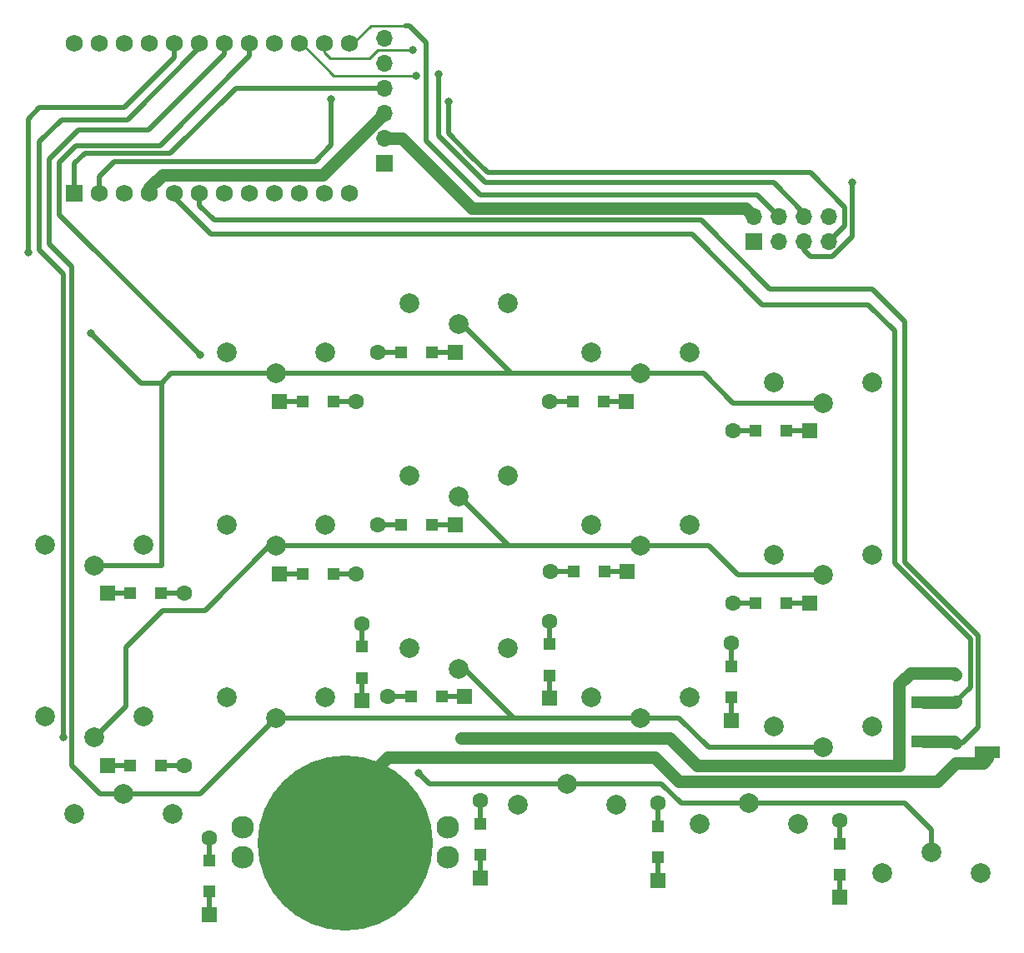
<source format=gbr>
G04 #@! TF.GenerationSoftware,KiCad,Pcbnew,5.1.4-e60b266~84~ubuntu19.04.1*
G04 #@! TF.CreationDate,2019-12-12T04:58:34-06:00*
G04 #@! TF.ProjectId,fissure,66697373-7572-4652-9e6b-696361645f70,rev?*
G04 #@! TF.SameCoordinates,Original*
G04 #@! TF.FileFunction,Copper,L2,Bot*
G04 #@! TF.FilePolarity,Positive*
%FSLAX46Y46*%
G04 Gerber Fmt 4.6, Leading zero omitted, Abs format (unit mm)*
G04 Created by KiCad (PCBNEW 5.1.4-e60b266~84~ubuntu19.04.1) date 2019-12-12 04:58:34*
%MOMM*%
%LPD*%
G04 APERTURE LIST*
%ADD10C,2.000000*%
%ADD11C,1.600000*%
%ADD12R,1.600000X1.600000*%
%ADD13R,0.500000X2.500000*%
%ADD14R,1.200000X1.200000*%
%ADD15R,2.500000X0.500000*%
%ADD16C,1.752600*%
%ADD17R,1.752600X1.752600*%
%ADD18O,1.700000X1.700000*%
%ADD19R,1.700000X1.700000*%
%ADD20R,2.500000X1.200000*%
%ADD21C,2.300000*%
%ADD22C,17.800000*%
%ADD23C,0.800000*%
%ADD24C,0.508000*%
%ADD25C,1.270000*%
%ADD26C,0.254000*%
G04 APERTURE END LIST*
D10*
X141497000Y-123449000D03*
X136497000Y-121349000D03*
X131497000Y-123449000D03*
X122997000Y-118449000D03*
X117997000Y-116349000D03*
X112997000Y-118449000D03*
X104497000Y-116449000D03*
X99497000Y-114349000D03*
X94497000Y-116449000D03*
X120497000Y-108549000D03*
X125497000Y-110649000D03*
X130497000Y-108549000D03*
X101997000Y-105549000D03*
X106997000Y-107649000D03*
X111997000Y-105549000D03*
X83497000Y-100549000D03*
X88497000Y-102649000D03*
X93497000Y-100549000D03*
X64997000Y-105549000D03*
X69997000Y-107649000D03*
X74997000Y-105549000D03*
X59497000Y-117449000D03*
X54497000Y-115349000D03*
X49497000Y-117449000D03*
X120497000Y-91049000D03*
X125497000Y-93149000D03*
X130497000Y-91049000D03*
X101997000Y-88049000D03*
X106997000Y-90149000D03*
X111997000Y-88049000D03*
X83497000Y-83049000D03*
X88497000Y-85149000D03*
X93497000Y-83049000D03*
X64997000Y-88049000D03*
X69997000Y-90149000D03*
X74997000Y-88049000D03*
X46497000Y-107549000D03*
X51497000Y-109649000D03*
X56497000Y-107549000D03*
X120497000Y-73549000D03*
X125497000Y-75649000D03*
X130497000Y-73549000D03*
X101997000Y-70549000D03*
X106997000Y-72649000D03*
X111997000Y-70549000D03*
X83497000Y-65549000D03*
X88497000Y-67649000D03*
X93497000Y-65549000D03*
X64997000Y-70549000D03*
X69997000Y-72649000D03*
X74997000Y-70549000D03*
X46497000Y-90049000D03*
X51497000Y-92149000D03*
X56497000Y-90049000D03*
D11*
X127247000Y-118099000D03*
D12*
X127247000Y-125899000D03*
D13*
X127247000Y-119299000D03*
D14*
X127247000Y-120424000D03*
X127247000Y-123574000D03*
D13*
X127247000Y-124699000D03*
D11*
X108747000Y-116349000D03*
D12*
X108747000Y-124149000D03*
D13*
X108747000Y-117549000D03*
D14*
X108747000Y-118674000D03*
X108747000Y-121824000D03*
D13*
X108747000Y-122949000D03*
D11*
X90747000Y-116099000D03*
D12*
X90747000Y-123899000D03*
D13*
X90747000Y-117299000D03*
D14*
X90747000Y-118424000D03*
X90747000Y-121574000D03*
D13*
X90747000Y-122699000D03*
D11*
X116247000Y-100099000D03*
D12*
X116247000Y-107899000D03*
D13*
X116247000Y-101299000D03*
D14*
X116247000Y-102424000D03*
X116247000Y-105574000D03*
D13*
X116247000Y-106699000D03*
D11*
X97747000Y-97849000D03*
D12*
X97747000Y-105649000D03*
D13*
X97747000Y-99049000D03*
D14*
X97747000Y-100174000D03*
X97747000Y-103324000D03*
D13*
X97747000Y-104449000D03*
D11*
X81347000Y-105499000D03*
D12*
X89147000Y-105499000D03*
D15*
X82547000Y-105499000D03*
D14*
X83672000Y-105499000D03*
X86822000Y-105499000D03*
D15*
X87947000Y-105499000D03*
D11*
X78747000Y-98099000D03*
D12*
X78747000Y-105899000D03*
D13*
X78747000Y-99299000D03*
D14*
X78747000Y-100424000D03*
X78747000Y-103574000D03*
D13*
X78747000Y-104699000D03*
D11*
X63247000Y-119849000D03*
D12*
X63247000Y-127649000D03*
D13*
X63247000Y-121049000D03*
D14*
X63247000Y-122174000D03*
X63247000Y-125324000D03*
D13*
X63247000Y-126449000D03*
D11*
X116347000Y-95999000D03*
D12*
X124147000Y-95999000D03*
D15*
X117547000Y-95999000D03*
D14*
X118672000Y-95999000D03*
X121822000Y-95999000D03*
D15*
X122947000Y-95999000D03*
D11*
X97847000Y-92749000D03*
D12*
X105647000Y-92749000D03*
D15*
X99047000Y-92749000D03*
D14*
X100172000Y-92749000D03*
X103322000Y-92749000D03*
D15*
X104447000Y-92749000D03*
D11*
X80347000Y-87999000D03*
D12*
X88147000Y-87999000D03*
D15*
X81547000Y-87999000D03*
D14*
X82672000Y-87999000D03*
X85822000Y-87999000D03*
D15*
X86947000Y-87999000D03*
D11*
X78147000Y-92999000D03*
D12*
X70347000Y-92999000D03*
D15*
X76947000Y-92999000D03*
D14*
X75822000Y-92999000D03*
X72672000Y-92999000D03*
D15*
X71547000Y-92999000D03*
D11*
X60647000Y-112499000D03*
D12*
X52847000Y-112499000D03*
D15*
X59447000Y-112499000D03*
D14*
X58322000Y-112499000D03*
X55172000Y-112499000D03*
D15*
X54047000Y-112499000D03*
D11*
X116347000Y-78499000D03*
D12*
X124147000Y-78499000D03*
D15*
X117547000Y-78499000D03*
D14*
X118672000Y-78499000D03*
X121822000Y-78499000D03*
D15*
X122947000Y-78499000D03*
D11*
X97772000Y-75499000D03*
D12*
X105572000Y-75499000D03*
D15*
X98972000Y-75499000D03*
D14*
X100097000Y-75499000D03*
X103247000Y-75499000D03*
D15*
X104372000Y-75499000D03*
D11*
X80347000Y-70499000D03*
D12*
X88147000Y-70499000D03*
D15*
X81547000Y-70499000D03*
D14*
X82672000Y-70499000D03*
X85822000Y-70499000D03*
D15*
X86947000Y-70499000D03*
D11*
X78147000Y-75499000D03*
D12*
X70347000Y-75499000D03*
D15*
X76947000Y-75499000D03*
D14*
X75822000Y-75499000D03*
X72672000Y-75499000D03*
D15*
X71547000Y-75499000D03*
D11*
X60647000Y-94999000D03*
D12*
X52847000Y-94999000D03*
D15*
X59447000Y-94999000D03*
D14*
X58322000Y-94999000D03*
X55172000Y-94999000D03*
D15*
X54047000Y-94999000D03*
D16*
X49527000Y-39129000D03*
X77467000Y-54369000D03*
X52067000Y-39129000D03*
X54607000Y-39129000D03*
X57147000Y-39129000D03*
X59687000Y-39129000D03*
X62227000Y-39129000D03*
X64767000Y-39129000D03*
X67307000Y-39129000D03*
X69847000Y-39129000D03*
X72387000Y-39129000D03*
X74927000Y-39129000D03*
X77467000Y-39129000D03*
X74927000Y-54369000D03*
X72387000Y-54369000D03*
X69847000Y-54369000D03*
X67307000Y-54369000D03*
X64767000Y-54369000D03*
X62227000Y-54369000D03*
X59687000Y-54369000D03*
X57147000Y-54369000D03*
X54607000Y-54369000D03*
X52067000Y-54369000D03*
D17*
X49527000Y-54369000D03*
D18*
X80997000Y-38549000D03*
X80997000Y-41089000D03*
X80997000Y-43629000D03*
X80997000Y-46169000D03*
X80997000Y-48709000D03*
D19*
X80997000Y-51249000D03*
D20*
X135747000Y-103074000D03*
X135747000Y-106074000D03*
X135747000Y-110074000D03*
X142247000Y-111174000D03*
D21*
X87397000Y-118749000D03*
X87397000Y-121849000D03*
X66597000Y-121849000D03*
X66597000Y-118749000D03*
X66597000Y-121849000D03*
X66597000Y-118749000D03*
X87397000Y-118749000D03*
X87397000Y-121849000D03*
D22*
X76997000Y-120349000D03*
D18*
X126117000Y-56709000D03*
X126117000Y-59249000D03*
X123577000Y-56709000D03*
X123577000Y-59249000D03*
X121037000Y-56709000D03*
X121037000Y-59249000D03*
X118497000Y-56709000D03*
D19*
X118497000Y-59249000D03*
D23*
X75597000Y-44749000D03*
X138997000Y-112249000D03*
X81247000Y-111749000D03*
X138997000Y-103249000D03*
X88747000Y-109749000D03*
X44837000Y-60339000D03*
X51197000Y-68549000D03*
X48377000Y-109649000D03*
X62247000Y-70769000D03*
X84497000Y-113249000D03*
X84197000Y-42369000D03*
X87497000Y-44999000D03*
X83897000Y-39809000D03*
X86497000Y-42249000D03*
X128497000Y-53249000D03*
X138997000Y-110249000D03*
X138997000Y-105999000D03*
D24*
X73957000Y-51089000D02*
X75597000Y-49449000D01*
X53587000Y-51089000D02*
X73957000Y-51089000D01*
X75597000Y-49449000D02*
X75597000Y-44749000D01*
X52067000Y-54369000D02*
X52067000Y-52609000D01*
X52067000Y-52609000D02*
X53587000Y-51089000D01*
X49527000Y-54369000D02*
X49527000Y-51319000D01*
X49527000Y-51319000D02*
X50567000Y-50279000D01*
X50567000Y-50279000D02*
X59237000Y-50279000D01*
X65887000Y-43629000D02*
X80997000Y-43629000D01*
X59237000Y-50279000D02*
X65887000Y-43629000D01*
D25*
X142247000Y-111174000D02*
X142247000Y-111749000D01*
X142247000Y-111749000D02*
X141747000Y-112249000D01*
X141747000Y-112249000D02*
X138997000Y-112249000D01*
X57147000Y-54369000D02*
X57147000Y-53759000D01*
X57147000Y-53759000D02*
X58457000Y-52449000D01*
X74717000Y-52449000D02*
X80997000Y-46169000D01*
X58457000Y-52449000D02*
X74717000Y-52449000D01*
X76997000Y-120349000D02*
X76997000Y-115999000D01*
X76997000Y-115999000D02*
X81247000Y-111749000D01*
X110902000Y-114134000D02*
X108457000Y-111689000D01*
X108457000Y-111689000D02*
X81307000Y-111689000D01*
X138997000Y-112249000D02*
X137112000Y-114134000D01*
X81307000Y-111689000D02*
X81247000Y-111749000D01*
X137112000Y-114134000D02*
X110902000Y-114134000D01*
X135747000Y-103074000D02*
X138822000Y-103074000D01*
X138822000Y-103074000D02*
X138997000Y-103249000D01*
X80997000Y-48709000D02*
X82757000Y-48709000D01*
X82757000Y-48709000D02*
X89897000Y-55849000D01*
X117637000Y-55849000D02*
X118497000Y-56709000D01*
X89897000Y-55849000D02*
X117637000Y-55849000D01*
X109957000Y-109749000D02*
X112707000Y-112499000D01*
X88747000Y-109749000D02*
X109957000Y-109749000D01*
X134422000Y-103074000D02*
X135747000Y-103074000D01*
X112707000Y-112499000D02*
X133247000Y-112499000D01*
X133247000Y-104249000D02*
X134422000Y-103074000D01*
X133247000Y-112499000D02*
X133247000Y-104249000D01*
D24*
X51497000Y-92149000D02*
X58397000Y-92149000D01*
X61847000Y-72649000D02*
X69997000Y-72649000D01*
X106997000Y-72649000D02*
X113397000Y-72649000D01*
X116397000Y-75649000D02*
X125497000Y-75649000D01*
X113397000Y-72649000D02*
X116397000Y-75649000D01*
X88847000Y-67649000D02*
X93847000Y-72649000D01*
X88497000Y-67649000D02*
X88847000Y-67649000D01*
X69997000Y-72649000D02*
X93847000Y-72649000D01*
X93847000Y-72649000D02*
X106997000Y-72649000D01*
X59687000Y-39129000D02*
X59687000Y-40509000D01*
X59687000Y-40509000D02*
X54557000Y-45639000D01*
X54557000Y-45639000D02*
X45977000Y-45639000D01*
X45977000Y-45639000D02*
X44837000Y-46779000D01*
X44837000Y-46779000D02*
X44837000Y-60339000D01*
X61847000Y-72649000D02*
X59357000Y-72649000D01*
X58397000Y-73609000D02*
X59357000Y-72649000D01*
X58397000Y-92149000D02*
X58397000Y-73609000D01*
X58397000Y-73609000D02*
X56257000Y-73609000D01*
X56257000Y-73609000D02*
X51197000Y-68549000D01*
X69347000Y-90149000D02*
X69997000Y-90149000D01*
X62747000Y-96749000D02*
X69347000Y-90149000D01*
X51597000Y-109649000D02*
X54747000Y-106499000D01*
X54747000Y-100499000D02*
X58497000Y-96749000D01*
X58497000Y-96749000D02*
X62747000Y-96749000D01*
X51497000Y-109649000D02*
X51597000Y-109649000D01*
X54747000Y-106499000D02*
X54747000Y-100499000D01*
X106997000Y-90149000D02*
X113897000Y-90149000D01*
X116897000Y-93149000D02*
X125497000Y-93149000D01*
X113897000Y-90149000D02*
X116897000Y-93149000D01*
X62227000Y-39129000D02*
X62227000Y-39529000D01*
X62227000Y-39529000D02*
X54907000Y-46849000D01*
X54907000Y-46849000D02*
X48227000Y-46849000D01*
X48227000Y-46849000D02*
X45957000Y-49119000D01*
X45957000Y-49119000D02*
X45957000Y-59999000D01*
X88497000Y-85149000D02*
X88597000Y-85149000D01*
X69997000Y-90149000D02*
X93597000Y-90149000D01*
X88597000Y-85149000D02*
X93597000Y-90149000D01*
X93597000Y-90149000D02*
X106997000Y-90149000D01*
X45957000Y-59999000D02*
X45957000Y-60119000D01*
X45957000Y-60119000D02*
X48377000Y-62539000D01*
X48377000Y-62539000D02*
X48377000Y-109649000D01*
X106997000Y-107649000D02*
X110897000Y-107649000D01*
X113897000Y-110649000D02*
X125497000Y-110649000D01*
X110897000Y-107649000D02*
X113897000Y-110649000D01*
X69997000Y-107649000D02*
X69997000Y-107749000D01*
X88497000Y-102649000D02*
X89147000Y-102649000D01*
X89147000Y-102649000D02*
X94147000Y-107649000D01*
X94147000Y-107649000D02*
X94397000Y-107649000D01*
X69997000Y-107649000D02*
X94397000Y-107649000D01*
X94397000Y-107649000D02*
X106997000Y-107649000D01*
X52097000Y-115349000D02*
X54497000Y-115349000D01*
X49267000Y-112519000D02*
X52097000Y-115349000D01*
X64767000Y-40159000D02*
X56997000Y-47929000D01*
X49907000Y-47929000D02*
X46957000Y-50879000D01*
X64767000Y-39129000D02*
X64767000Y-40159000D01*
X49267000Y-61829000D02*
X49267000Y-112519000D01*
X56997000Y-47929000D02*
X49907000Y-47929000D01*
X46957000Y-59519000D02*
X49267000Y-61829000D01*
X46957000Y-50879000D02*
X46957000Y-59519000D01*
X62297000Y-115349000D02*
X69997000Y-107649000D01*
X54497000Y-115349000D02*
X62297000Y-115349000D01*
X67307000Y-39129000D02*
X67307000Y-40379000D01*
X67307000Y-40379000D02*
X58207000Y-49479000D01*
X58207000Y-49479000D02*
X49687000Y-49479000D01*
X49687000Y-49479000D02*
X47987000Y-51179000D01*
X62247000Y-70769000D02*
X47987000Y-56509000D01*
X47987000Y-51179000D02*
X47987000Y-55539000D01*
X47987000Y-56509000D02*
X47987000Y-55539000D01*
X136497000Y-121349000D02*
X136497000Y-118999000D01*
X133847000Y-116349000D02*
X117997000Y-116349000D01*
X136497000Y-118999000D02*
X133847000Y-116349000D01*
X117997000Y-116349000D02*
X111097000Y-116349000D01*
X109097000Y-114349000D02*
X99497000Y-114349000D01*
X111097000Y-116349000D02*
X109097000Y-114349000D01*
X99497000Y-114349000D02*
X85597000Y-114349000D01*
X85597000Y-114349000D02*
X84497000Y-113249000D01*
D26*
X72387000Y-39129000D02*
X72617000Y-39129000D01*
X72617000Y-39129000D02*
X75857000Y-42369000D01*
X75857000Y-42369000D02*
X82087000Y-42369000D01*
X82087000Y-42369000D02*
X84197000Y-42369000D01*
D24*
X89747000Y-50499000D02*
X91497000Y-52249000D01*
X91497000Y-52249000D02*
X124247000Y-52249000D01*
X124247000Y-52249000D02*
X127747000Y-55749000D01*
X127747000Y-57619000D02*
X126117000Y-59249000D01*
X127747000Y-55749000D02*
X127747000Y-57619000D01*
X89747000Y-50499000D02*
X87497000Y-48249000D01*
X87497000Y-48249000D02*
X87497000Y-44999000D01*
D26*
X83887000Y-39799000D02*
X83897000Y-39809000D01*
X79507000Y-40589000D02*
X80297000Y-39799000D01*
X74927000Y-39129000D02*
X74927000Y-40069000D01*
X75447000Y-40589000D02*
X79507000Y-40589000D01*
X74927000Y-40069000D02*
X75447000Y-40589000D01*
X80297000Y-39799000D02*
X83887000Y-39799000D01*
D24*
X123577000Y-56709000D02*
X123577000Y-56329000D01*
X123577000Y-56329000D02*
X120497000Y-53249000D01*
X120497000Y-53249000D02*
X91247000Y-53249000D01*
X91247000Y-53249000D02*
X86497000Y-48499000D01*
X86497000Y-48499000D02*
X86497000Y-42249000D01*
X123577000Y-59249000D02*
X123577000Y-60079000D01*
X123577000Y-60079000D02*
X124247000Y-60749000D01*
X124247000Y-60749000D02*
X126497000Y-60749000D01*
X126497000Y-60749000D02*
X128497000Y-58749000D01*
X128497000Y-58749000D02*
X128497000Y-53249000D01*
X77467000Y-39129000D02*
X77467000Y-39099000D01*
D26*
X77467000Y-39129000D02*
X77807000Y-39129000D01*
X77807000Y-39129000D02*
X79657000Y-37279000D01*
X79657000Y-37279000D02*
X83127000Y-37279000D01*
D24*
X83127000Y-37279000D02*
X83527000Y-37279000D01*
X83527000Y-37279000D02*
X85247000Y-38999000D01*
X85247000Y-38999000D02*
X85247000Y-48999000D01*
X85247000Y-48999000D02*
X90747000Y-54499000D01*
X118827000Y-54499000D02*
X121037000Y-56709000D01*
X90747000Y-54499000D02*
X118827000Y-54499000D01*
D25*
X135747000Y-110074000D02*
X138822000Y-110074000D01*
X138822000Y-110074000D02*
X138997000Y-110249000D01*
D24*
X62227000Y-54369000D02*
X62227000Y-55579000D01*
X62227000Y-55579000D02*
X63727000Y-57079000D01*
X63727000Y-57079000D02*
X113157000Y-57079000D01*
X113157000Y-57079000D02*
X120117000Y-64039000D01*
X138997000Y-110249000D02*
X139677000Y-110249000D01*
X139677000Y-110249000D02*
X141297000Y-108629000D01*
X141297000Y-108629000D02*
X141297000Y-99309000D01*
X120117000Y-64039000D02*
X130487000Y-64039000D01*
X130487000Y-64039000D02*
X133797000Y-67349000D01*
X133797000Y-91809000D02*
X141297000Y-99309000D01*
X133797000Y-67349000D02*
X133797000Y-91809000D01*
D25*
X138922000Y-106074000D02*
X135747000Y-106074000D01*
X138997000Y-105999000D02*
X138922000Y-106074000D01*
D24*
X59687000Y-54799000D02*
X63417000Y-58529000D01*
X59687000Y-54369000D02*
X59687000Y-54799000D01*
X112237000Y-58529000D02*
X119357000Y-65649000D01*
X63417000Y-58529000D02*
X112237000Y-58529000D01*
X119357000Y-65649000D02*
X119397000Y-65649000D01*
X130097000Y-65649000D02*
X119357000Y-65649000D01*
X140477000Y-104519000D02*
X140477000Y-99629000D01*
X138997000Y-105999000D02*
X140477000Y-104519000D01*
X132797000Y-68349000D02*
X130097000Y-65649000D01*
X140477000Y-99629000D02*
X132797000Y-91949000D01*
X132797000Y-91949000D02*
X132797000Y-68349000D01*
M02*

</source>
